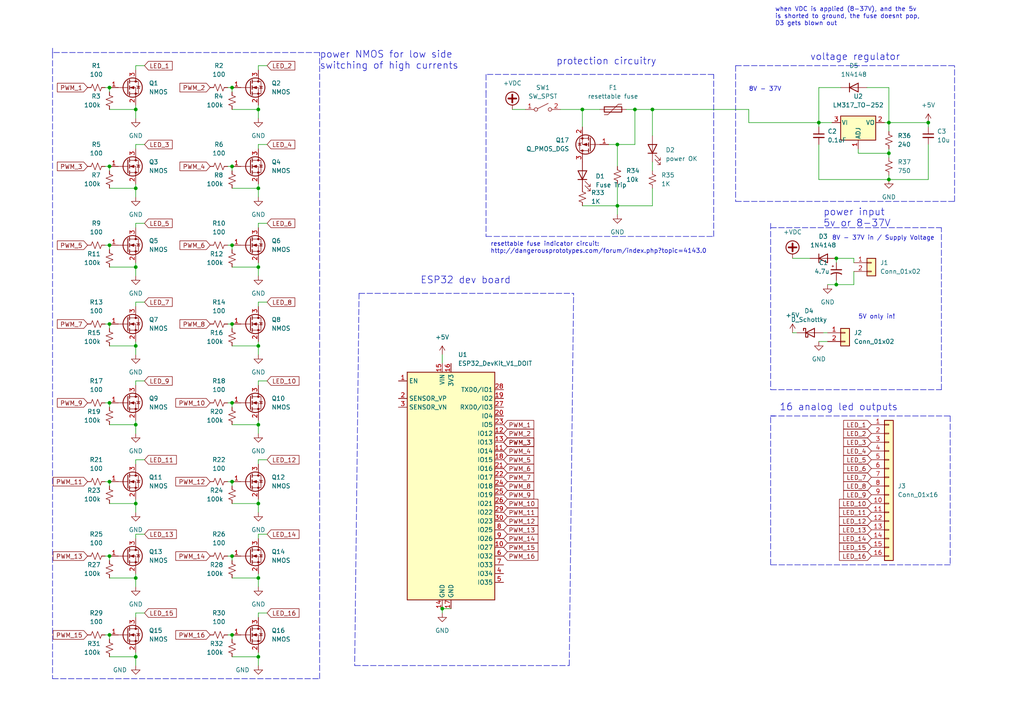
<source format=kicad_sch>
(kicad_sch (version 20211123) (generator eeschema)
  (paper "A4")
  (title_block (title "16 channel dimmer for LEDs") (date "2023-02-17") (rev "1") (company "freakylamps"))
  (lib_symbols
    (symbol "Connector_Generic:Conn_01x02" (pin_names (offset 1.016) hide)
      (property "Reference" "J" (at 0 2.54 0))
      (property "Value" "Conn_01x02" (at 0 -5.08 0))
      (symbol "Conn_01x02_1_1"
        (pin passive line (at -5.08 0 0) (length 3.81) (name "Pin_1") (number "1"))
        (pin passive line (at -5.08 -2.54 0) (length 3.81) (name "Pin_2") (number "2"))
      )
    )
    (symbol "Connector_Generic:Conn_01x16" (pin_names (offset 1.016) hide)
      (property "Reference" "J" (at 0 20.32 0))
      (property "Value" "Conn_01x16" (at 0 -22.86 0))
      (symbol "Conn_01x16_1_1"
        (pin passive line (at -5.08 17.78 0) (length 3.81) (name "Pin_1") (number "1"))
        (pin passive line (at -5.08 -5.08 0) (length 3.81) (name "Pin_10") (number "10"))
        (pin passive line (at -5.08 -7.62 0) (length 3.81) (name "Pin_11") (number "11"))
        (pin passive line (at -5.08 -10.16 0) (length 3.81) (name "Pin_12") (number "12"))
        (pin passive line (at -5.08 -12.7 0) (length 3.81) (name "Pin_13") (number "13"))
        (pin passive line (at -5.08 -15.24 0) (length 3.81) (name "Pin_14") (number "14"))
        (pin passive line (at -5.08 -17.78 0) (length 3.81) (name "Pin_15") (number "15"))
        (pin passive line (at -5.08 -20.32 0) (length 3.81) (name "Pin_16") (number "16"))
        (pin passive line (at -5.08 15.24 0) (length 3.81) (name "Pin_2") (number "2"))
        (pin passive line (at -5.08 12.7 0) (length 3.81) (name "Pin_3") (number "3"))
        (pin passive line (at -5.08 10.16 0) (length 3.81) (name "Pin_4") (number "4"))
        (pin passive line (at -5.08 7.62 0) (length 3.81) (name "Pin_5") (number "5"))
        (pin passive line (at -5.08 5.08 0) (length 3.81) (name "Pin_6") (number "6"))
        (pin passive line (at -5.08 2.54 0) (length 3.81) (name "Pin_7") (number "7"))
        (pin passive line (at -5.08 0 0) (length 3.81) (name "Pin_8") (number "8"))
        (pin passive line (at -5.08 -2.54 0) (length 3.81) (name "Pin_9") (number "9"))
      )
    )
    (symbol "Device:C_Polarized_Small_US" (pin_numbers hide) (pin_names (offset 0.254) hide)
      (property "Reference" "C" (at 0.254 1.778 0))
      (property "Value" "C_Polarized_Small_US" (at 0.254 -2.032 0))
      (symbol "C_Polarized_Small_US_1_1"
        (pin passive line (at 0 2.54 270) (length 2.032) (name "~") (number "1"))
        (pin passive line (at 0 -2.54 90) (length 2.032) (name "~") (number "2"))
      )
    )
    (symbol "Device:C_Small" (pin_numbers hide) (pin_names (offset 0.254) hide)
      (property "Reference" "C" (at 0.254 1.778 0))
      (property "Value" "C_Small" (at 0.254 -2.032 0))
      (symbol "C_Small_1_1"
        (pin passive line (at 0 2.54 270) (length 2.032) (name "~") (number "1"))
        (pin passive line (at 0 -2.54 90) (length 2.032) (name "~") (number "2"))
      )
    )
    (symbol "Device:D_Schottky" (pin_numbers hide) (pin_names (offset 1.016) hide)
      (property "Reference" "D" (at 0 2.54 0))
      (property "Value" "D_Schottky" (at 0 -2.54 0))
      (symbol "D_Schottky_1_1"
        (pin passive line (at -3.81 0 0) (length 2.54) (name "K") (number "1"))
        (pin passive line (at 3.81 0 180) (length 2.54) (name "A") (number "2"))
      )
    )
    (symbol "Device:LED" (pin_numbers hide) (pin_names (offset 1.016) hide)
      (property "Reference" "D" (at 0 2.54 0))
      (property "Value" "LED" (at 0 -2.54 0))
      (symbol "LED_1_1"
        (pin passive line (at -3.81 0 0) (length 2.54) (name "K") (number "1"))
        (pin passive line (at 3.81 0 180) (length 2.54) (name "A") (number "2"))
      )
    )
    (symbol "Device:Polyfuse" (pin_numbers hide) (pin_names (offset 0))
      (property "Reference" "F" (at -2.54 0 90))
      (property "Value" "Polyfuse" (at 2.54 0 90))
      (symbol "Polyfuse_1_1"
        (pin passive line (at 0 3.81 270) (length 1.27) (name "~") (number "1"))
        (pin passive line (at 0 -3.81 90) (length 1.27) (name "~") (number "2"))
      )
    )
    (symbol "Device:Q_NMOS_GSD" (pin_names (offset 0) hide)
      (property "Reference" "Q" (at 5.08 1.27 0))
      (property "Value" "Q_NMOS_GSD" (at 5.08 -1.27 0))
      (symbol "Q_NMOS_GSD_1_1"
        (pin input line (at -5.08 0 0) (length 2.54) (name "G") (number "1"))
        (pin passive line (at 2.54 -5.08 90) (length 2.54) (name "S") (number "2"))
        (pin passive line (at 2.54 5.08 270) (length 2.54) (name "D") (number "3"))
      )
    )
    (symbol "Device:Q_PMOS_GSD" (pin_names (offset 0) hide)
      (property "Reference" "Q" (at 5.08 1.27 0))
      (property "Value" "Q_PMOS_GSD" (at 5.08 -1.27 0))
      (symbol "Q_PMOS_GSD_1_1"
        (pin input line (at -5.08 0 0) (length 2.54) (name "G") (number "1"))
        (pin passive line (at 2.54 -5.08 90) (length 2.54) (name "S") (number "2"))
        (pin passive line (at 2.54 5.08 270) (length 2.54) (name "D") (number "3"))
      )
    )
    (symbol "Device:R_Small_US" (pin_numbers hide) (pin_names (offset 0.254) hide)
      (property "Reference" "R" (at 0.762 0.508 0))
      (property "Value" "R_Small_US" (at 0.762 -1.016 0))
      (symbol "R_Small_US_1_1"
        (pin passive line (at 0 2.54 270) (length 1.016) (name "~") (number "1"))
        (pin passive line (at 0 -2.54 90) (length 1.016) (name "~") (number "2"))
      )
    )
    (symbol "Diode:1N4148" (pin_numbers hide) (pin_names hide)
      (property "Reference" "D" (at 0 2.54 0))
      (property "Value" "1N4148" (at 0 -2.54 0))
      (symbol "1N4148_1_1"
        (pin passive line (at -3.81 0 0) (length 2.54) (name "K") (number "1"))
        (pin passive line (at 3.81 0 180) (length 2.54) (name "A") (number "2"))
      )
    )
    (symbol "Regulator_Linear:LM317_TO-252" (pin_names (offset 0.254))
      (property "Reference" "U" (at -3.81 3.175 0))
      (property "Value" "LM317_TO-252" (at 0 3.175 0))
      (symbol "LM317_TO-252_1_1"
        (pin input line (at 0 -7.62 90) (length 2.54) (name "ADJ") (number "1"))
        (pin power_out line (at 7.62 0 180) (length 2.54) (name "VO") (number "2"))
        (pin power_in line (at -7.62 0 0) (length 2.54) (name "VI") (number "3"))
      )
    )
    (symbol "Switch:SW_SPST" (pin_names (offset 0) hide)
      (property "Reference" "SW" (at 0 3.175 0))
      (property "Value" "SW_SPST" (at 0 -2.54 0))
      (symbol "SW_SPST_1_1"
        (pin passive line (at -5.08 0 0) (length 2.54) (name "A") (number "1"))
        (pin passive line (at 5.08 0 180) (length 2.54) (name "B") (number "2"))
      )
    )
    (symbol "esp32_devkit_v1_doit:ESP32_DevKit_V1_DOIT"
      (property "Reference" "U" (at -11.43 34.29 0))
      (property "Value" "ESP32_DevKit_V1_DOIT" (at 11.43 34.29 0))
      (symbol "ESP32_DevKit_V1_DOIT_1_1"
        (pin input line (at -15.24 30.48 0) (length 2.54) (name "EN") (number "1"))
        (pin bidirectional line (at 15.24 -17.78 180) (length 2.54) (name "IO27") (number "10"))
        (pin bidirectional line (at 15.24 10.16 180) (length 2.54) (name "IO14") (number "11"))
        (pin bidirectional line (at 15.24 15.24 180) (length 2.54) (name "IO12") (number "12"))
        (pin bidirectional line (at 15.24 12.7 180) (length 2.54) (name "IO13") (number "13"))
        (pin power_in line (at -2.54 -35.56 90) (length 2.54) (name "GND") (number "14"))
        (pin power_in line (at -2.54 35.56 270) (length 2.54) (name "VIN") (number "15"))
        (pin power_in line (at 0 35.56 270) (length 2.54) (name "3V3") (number "16"))
        (pin power_in line (at 0 -35.56 90) (length 2.54) (name "GND") (number "17"))
        (pin bidirectional line (at 15.24 7.62 180) (length 2.54) (name "IO15") (number "18"))
        (pin bidirectional line (at 15.24 25.4 180) (length 2.54) (name "IO2") (number "19"))
        (pin input line (at -15.24 25.4 0) (length 2.54) (name "SENSOR_VP") (number "2"))
        (pin bidirectional line (at 15.24 20.32 180) (length 2.54) (name "IO4") (number "20"))
        (pin bidirectional line (at 15.24 5.08 180) (length 2.54) (name "IO16") (number "21"))
        (pin bidirectional line (at 15.24 2.54 180) (length 2.54) (name "IO17") (number "22"))
        (pin bidirectional line (at 15.24 17.78 180) (length 2.54) (name "IO5") (number "23"))
        (pin bidirectional line (at 15.24 0 180) (length 2.54) (name "IO18") (number "24"))
        (pin bidirectional line (at 15.24 -2.54 180) (length 2.54) (name "IO19") (number "25"))
        (pin bidirectional line (at 15.24 -5.08 180) (length 2.54) (name "IO21") (number "26"))
        (pin bidirectional line (at 15.24 22.86 180) (length 2.54) (name "RXD0/IO3") (number "27"))
        (pin bidirectional line (at 15.24 27.94 180) (length 2.54) (name "TXD0/IO1") (number "28"))
        (pin bidirectional line (at 15.24 -7.62 180) (length 2.54) (name "IO22") (number "29"))
        (pin input line (at -15.24 22.86 0) (length 2.54) (name "SENSOR_VN") (number "3"))
        (pin bidirectional line (at 15.24 -10.16 180) (length 2.54) (name "IO23") (number "30"))
        (pin input line (at 15.24 -25.4 180) (length 2.54) (name "IO34") (number "4"))
        (pin input line (at 15.24 -27.94 180) (length 2.54) (name "IO35") (number "5"))
        (pin bidirectional line (at 15.24 -20.32 180) (length 2.54) (name "IO32") (number "6"))
        (pin bidirectional line (at 15.24 -22.86 180) (length 2.54) (name "IO33") (number "7"))
        (pin bidirectional line (at 15.24 -12.7 180) (length 2.54) (name "IO25") (number "8"))
        (pin bidirectional line (at 15.24 -15.24 180) (length 2.54) (name "IO26") (number "9"))
      )
    )
    (symbol "power:+5V" (power) (pin_names (offset 0))
      (property "Value" "+5V" (at 0 3.556 0))
      (symbol "+5V_1_1"
        (pin power_in line (at 0 0 90) (length 0) hide (name "+5V") (number "1"))
      )
    )
    (symbol "power:+VDC" (power) (pin_names (offset 0))
      (property "Value" "+VDC" (at 0 6.35 0))
      (symbol "+VDC_1_1"
        (pin power_in line (at 0 0 90) (length 0) hide (name "+VDC") (number "1"))
      )
    )
    (symbol "power:GND" (power) (pin_names (offset 0))
      (property "Value" "GND" (at 0 -3.81 0))
      (symbol "GND_1_1"
        (pin power_in line (at 0 0 270) (length 0) hide (name "GND") (number "1"))
      )
    )
  )
  (junction (at 39.37 190.5))
  (junction (at 67.31 139.7))
  (junction (at 74.93 123.19))
  (junction (at 179.07 59.69))
  (junction (at 67.31 25.4))
  (junction (at 257.81 44.45))
  (junction (at 257.81 52.07))
  (junction (at 31.75 48.26))
  (junction (at 74.93 77.47))
  (junction (at 242.57 74.93))
  (junction (at 39.37 31.75))
  (junction (at 67.31 161.29))
  (junction (at 74.93 146.05))
  (junction (at 39.37 167.64))
  (junction (at 168.91 31.75))
  (junction (at 31.75 116.84))
  (junction (at 39.37 77.47))
  (junction (at 31.75 184.15))
  (junction (at 67.31 93.98))
  (junction (at 31.75 25.4))
  (junction (at 257.81 35.56))
  (junction (at 242.57 82.55))
  (junction (at 67.31 71.12))
  (junction (at 39.37 54.61))
  (junction (at 31.75 93.98))
  (junction (at 31.75 161.29))
  (junction (at 31.75 139.7))
  (junction (at 269.24 35.56))
  (junction (at 39.37 100.33))
  (junction (at 31.75 71.12))
  (junction (at 67.31 184.15))
  (junction (at 74.93 31.75))
  (junction (at 179.07 41.91))
  (junction (at 74.93 100.33))
  (junction (at 67.31 48.26))
  (junction (at 67.31 116.84))
  (junction (at 184.15 31.75))
  (junction (at 189.23 31.75))
  (junction (at 39.37 146.05))
  (junction (at 74.93 54.61))
  (junction (at 128.27 176.53))
  (junction (at 237.49 35.56))
  (junction (at 39.37 123.19))
  (junction (at 74.93 190.5))
  (junction (at 74.93 167.64))
  (wire (pts (xy 67.31 48.26) (xy 67.31 49.53)))
  (polyline (pts (xy 223.52 66.04) (xy 273.05 66.04)))
  (polyline (pts (xy 140.97 26.67) (xy 140.97 68.58)))
  (wire (pts (xy 66.04 161.29) (xy 67.31 161.29)))
  (wire (pts (xy 74.93 190.5) (xy 74.93 193.04)))
  (wire (pts (xy 31.75 146.05) (xy 39.37 146.05)))
  (polyline (pts (xy 273.05 113.03) (xy 273.05 66.04)))
  (wire (pts (xy 248.92 44.45) (xy 257.81 44.45)))
  (wire (pts (xy 257.81 35.56) (xy 269.24 35.56)))
  (wire (pts (xy 31.75 139.7) (xy 31.75 140.97)))
  (wire (pts (xy 31.75 77.47) (xy 39.37 77.47)))
  (wire (pts (xy 30.48 71.12) (xy 31.75 71.12)))
  (wire (pts (xy 189.23 59.69) (xy 179.07 59.69)))
  (wire (pts (xy 31.75 123.19) (xy 39.37 123.19)))
  (polyline (pts (xy 207.01 68.58) (xy 207.01 21.59)))
  (wire (pts (xy 257.81 43.18) (xy 257.81 44.45)))
  (wire (pts (xy 30.48 116.84) (xy 31.75 116.84)))
  (wire (pts (xy 67.31 184.15) (xy 67.31 185.42)))
  (wire (pts (xy 237.49 99.06) (xy 240.03 99.06)))
  (wire (pts (xy 67.31 161.29) (xy 67.31 162.56)))
  (wire (pts (xy 31.75 25.4) (xy 31.75 26.67)))
  (wire (pts (xy 179.07 59.69) (xy 179.07 62.23)))
  (wire (pts (xy 67.31 31.75) (xy 74.93 31.75)))
  (wire (pts (xy 39.37 76.2) (xy 39.37 77.47)))
  (wire (pts (xy 179.07 53.34) (xy 179.07 59.69)))
  (wire (pts (xy 189.23 54.61) (xy 189.23 59.69)))
  (wire (pts (xy 74.93 41.91) (xy 77.47 41.91)))
  (wire (pts (xy 74.93 99.06) (xy 74.93 100.33)))
  (wire (pts (xy 179.07 41.91) (xy 184.15 41.91)))
  (wire (pts (xy 39.37 100.33) (xy 39.37 102.87)))
  (wire (pts (xy 269.24 41.91) (xy 269.24 52.07)))
  (wire (pts (xy 74.93 110.49) (xy 77.47 110.49)))
  (polyline (pts (xy 15.24 15.24) (xy 15.24 196.85)))
  (wire (pts (xy 67.31 77.47) (xy 74.93 77.47)))
  (wire (pts (xy 74.93 154.94) (xy 77.47 154.94)))
  (polyline (pts (xy 213.36 19.05) (xy 276.86 19.05)))
  (wire (pts (xy 39.37 179.07) (xy 39.37 177.8)))
  (wire (pts (xy 31.75 184.15) (xy 31.75 185.42)))
  (wire (pts (xy 31.75 54.61) (xy 39.37 54.61)))
  (wire (pts (xy 39.37 87.63) (xy 41.91 87.63)))
  (wire (pts (xy 66.04 48.26) (xy 67.31 48.26)))
  (wire (pts (xy 237.49 41.91) (xy 237.49 52.07)))
  (wire (pts (xy 74.93 144.78) (xy 74.93 146.05)))
  (wire (pts (xy 247.65 78.74) (xy 247.65 82.55)))
  (wire (pts (xy 74.93 146.05) (xy 74.93 148.59)))
  (wire (pts (xy 74.93 88.9) (xy 74.93 87.63)))
  (wire (pts (xy 39.37 20.32) (xy 39.37 19.05)))
  (wire (pts (xy 66.04 139.7) (xy 67.31 139.7)))
  (wire (pts (xy 39.37 121.92) (xy 39.37 123.19)))
  (wire (pts (xy 39.37 99.06) (xy 39.37 100.33)))
  (wire (pts (xy 237.49 52.07) (xy 257.81 52.07)))
  (wire (pts (xy 30.48 139.7) (xy 31.75 139.7)))
  (wire (pts (xy 181.61 31.75) (xy 184.15 31.75)))
  (wire (pts (xy 67.31 167.64) (xy 74.93 167.64)))
  (wire (pts (xy 74.93 134.62) (xy 74.93 133.35)))
  (wire (pts (xy 237.49 25.4) (xy 237.49 35.56)))
  (wire (pts (xy 229.87 96.52) (xy 231.14 96.52)))
  (wire (pts (xy 30.48 93.98) (xy 31.75 93.98)))
  (wire (pts (xy 39.37 110.49) (xy 41.91 110.49)))
  (wire (pts (xy 30.48 25.4) (xy 31.75 25.4)))
  (wire (pts (xy 74.93 167.64) (xy 74.93 170.18)))
  (wire (pts (xy 148.59 31.75) (xy 152.4 31.75)))
  (wire (pts (xy 39.37 144.78) (xy 39.37 146.05)))
  (wire (pts (xy 256.54 35.56) (xy 257.81 35.56)))
  (wire (pts (xy 237.49 35.56) (xy 241.3 35.56)))
  (wire (pts (xy 74.93 189.23) (xy 74.93 190.5)))
  (wire (pts (xy 39.37 77.47) (xy 39.37 80.01)))
  (wire (pts (xy 74.93 123.19) (xy 74.93 125.73)))
  (wire (pts (xy 39.37 111.76) (xy 39.37 110.49)))
  (wire (pts (xy 128.27 176.53) (xy 128.27 177.8)))
  (wire (pts (xy 217.17 35.56) (xy 237.49 35.56)))
  (wire (pts (xy 74.93 121.92) (xy 74.93 123.19)))
  (wire (pts (xy 168.91 31.75) (xy 168.91 36.83)))
  (polyline (pts (xy 275.59 120.65) (xy 275.59 163.83)))
  (wire (pts (xy 257.81 35.56) (xy 257.81 38.1)))
  (wire (pts (xy 67.31 146.05) (xy 74.93 146.05)))
  (wire (pts (xy 229.87 74.93) (xy 234.95 74.93)))
  (wire (pts (xy 179.07 41.91) (xy 176.53 41.91)))
  (wire (pts (xy 67.31 116.84) (xy 67.31 118.11)))
  (wire (pts (xy 67.31 54.61) (xy 74.93 54.61)))
  (wire (pts (xy 39.37 166.37) (xy 39.37 167.64)))
  (polyline (pts (xy 213.36 19.05) (xy 213.36 58.42)))
  (wire (pts (xy 30.48 184.15) (xy 31.75 184.15)))
  (wire (pts (xy 242.57 74.93) (xy 247.65 74.93)))
  (polyline (pts (xy 104.14 85.09) (xy 102.87 193.04)))
  (polyline (pts (xy 165.1 193.04) (xy 166.37 85.09)))
  (wire (pts (xy 66.04 93.98) (xy 67.31 93.98)))
  (wire (pts (xy 242.57 81.28) (xy 242.57 82.55)))
  (wire (pts (xy 31.75 100.33) (xy 39.37 100.33)))
  (wire (pts (xy 162.56 31.75) (xy 168.91 31.75)))
  (wire (pts (xy 31.75 93.98) (xy 31.75 95.25)))
  (wire (pts (xy 39.37 19.05) (xy 41.91 19.05)))
  (wire (pts (xy 74.93 30.48) (xy 74.93 31.75)))
  (wire (pts (xy 74.93 166.37) (xy 74.93 167.64)))
  (wire (pts (xy 74.93 20.32) (xy 74.93 19.05)))
  (wire (pts (xy 237.49 36.83) (xy 237.49 35.56)))
  (wire (pts (xy 184.15 41.91) (xy 184.15 31.75)))
  (polyline (pts (xy 15.24 196.85) (xy 92.71 196.85)))
  (wire (pts (xy 67.31 190.5) (xy 74.93 190.5)))
  (wire (pts (xy 251.46 25.4) (xy 257.81 25.4)))
  (wire (pts (xy 238.76 96.52) (xy 240.03 96.52)))
  (wire (pts (xy 67.31 71.12) (xy 67.31 72.39)))
  (wire (pts (xy 39.37 53.34) (xy 39.37 54.61)))
  (wire (pts (xy 67.31 93.98) (xy 67.31 95.25)))
  (wire (pts (xy 74.93 111.76) (xy 74.93 110.49)))
  (wire (pts (xy 189.23 46.99) (xy 189.23 49.53)))
  (wire (pts (xy 66.04 116.84) (xy 67.31 116.84)))
  (wire (pts (xy 39.37 156.21) (xy 39.37 154.94)))
  (wire (pts (xy 31.75 167.64) (xy 39.37 167.64)))
  (wire (pts (xy 269.24 35.56) (xy 269.24 36.83)))
  (wire (pts (xy 31.75 161.29) (xy 31.75 162.56)))
  (wire (pts (xy 74.93 54.61) (xy 74.93 57.15)))
  (wire (pts (xy 39.37 54.61) (xy 39.37 57.15)))
  (wire (pts (xy 269.24 52.07) (xy 257.81 52.07)))
  (wire (pts (xy 257.81 44.45) (xy 257.81 45.72)))
  (wire (pts (xy 39.37 133.35) (xy 41.91 133.35)))
  (wire (pts (xy 257.81 25.4) (xy 257.81 35.56)))
  (wire (pts (xy 74.93 43.18) (xy 74.93 41.91)))
  (wire (pts (xy 39.37 190.5) (xy 39.37 193.04)))
  (wire (pts (xy 179.07 48.26) (xy 179.07 41.91)))
  (wire (pts (xy 31.75 31.75) (xy 39.37 31.75)))
  (polyline (pts (xy 15.24 13.97) (xy 15.24 15.24)))
  (wire (pts (xy 168.91 31.75) (xy 173.99 31.75)))
  (wire (pts (xy 39.37 64.77) (xy 41.91 64.77)))
  (wire (pts (xy 39.37 31.75) (xy 39.37 34.29)))
  (wire (pts (xy 30.48 48.26) (xy 31.75 48.26)))
  (wire (pts (xy 240.03 82.55) (xy 242.57 82.55)))
  (wire (pts (xy 74.93 31.75) (xy 74.93 34.29)))
  (polyline (pts (xy 207.01 21.59) (xy 140.97 21.59)))
  (wire (pts (xy 39.37 134.62) (xy 39.37 133.35)))
  (wire (pts (xy 31.75 48.26) (xy 31.75 49.53)))
  (wire (pts (xy 257.81 50.8) (xy 257.81 52.07)))
  (wire (pts (xy 39.37 177.8) (xy 41.91 177.8)))
  (wire (pts (xy 39.37 43.18) (xy 39.37 41.91)))
  (wire (pts (xy 31.75 116.84) (xy 31.75 118.11)))
  (polyline (pts (xy 275.59 163.83) (xy 223.52 163.83)))
  (wire (pts (xy 31.75 190.5) (xy 39.37 190.5)))
  (wire (pts (xy 67.31 25.4) (xy 67.31 26.67)))
  (polyline (pts (xy 223.52 64.77) (xy 223.52 113.03)))
  (wire (pts (xy 74.93 177.8) (xy 77.47 177.8)))
  (wire (pts (xy 74.93 19.05) (xy 77.47 19.05)))
  (wire (pts (xy 248.92 43.18) (xy 248.92 44.45)))
  (wire (pts (xy 242.57 82.55) (xy 247.65 82.55)))
  (wire (pts (xy 74.93 66.04) (xy 74.93 64.77)))
  (polyline (pts (xy 223.52 120.65) (xy 275.59 120.65)))
  (wire (pts (xy 39.37 189.23) (xy 39.37 190.5)))
  (wire (pts (xy 242.57 76.2) (xy 242.57 74.93)))
  (wire (pts (xy 74.93 77.47) (xy 74.93 80.01)))
  (wire (pts (xy 67.31 123.19) (xy 74.93 123.19)))
  (wire (pts (xy 128.27 102.87) (xy 128.27 105.41)))
  (wire (pts (xy 74.93 53.34) (xy 74.93 54.61)))
  (wire (pts (xy 243.84 25.4) (xy 237.49 25.4)))
  (wire (pts (xy 74.93 76.2) (xy 74.93 77.47)))
  (wire (pts (xy 189.23 31.75) (xy 217.17 31.75)))
  (wire (pts (xy 39.37 88.9) (xy 39.37 87.63)))
  (polyline (pts (xy 140.97 68.58) (xy 207.01 68.58)))
  (wire (pts (xy 39.37 167.64) (xy 39.37 170.18)))
  (wire (pts (xy 66.04 184.15) (xy 67.31 184.15)))
  (wire (pts (xy 74.93 133.35) (xy 77.47 133.35)))
  (polyline (pts (xy 213.36 58.42) (xy 276.86 58.42)))
  (wire (pts (xy 168.91 59.69) (xy 179.07 59.69)))
  (polyline (pts (xy 223.52 113.03) (xy 273.05 113.03)))
  (polyline (pts (xy 92.71 15.24) (xy 15.24 15.24)))
  (wire (pts (xy 39.37 146.05) (xy 39.37 148.59)))
  (wire (pts (xy 217.17 31.75) (xy 217.17 35.56)))
  (polyline (pts (xy 102.87 193.04) (xy 165.1 193.04)))
  (wire (pts (xy 74.93 64.77) (xy 77.47 64.77)))
  (polyline (pts (xy 223.52 120.65) (xy 224.79 120.65)))
  (polyline (pts (xy 276.86 58.42) (xy 276.86 19.05)))
  (wire (pts (xy 247.65 76.2) (xy 247.65 74.93)))
  (wire (pts (xy 31.75 71.12) (xy 31.75 72.39)))
  (wire (pts (xy 189.23 31.75) (xy 189.23 39.37)))
  (wire (pts (xy 30.48 161.29) (xy 31.75 161.29)))
  (wire (pts (xy 67.31 100.33) (xy 74.93 100.33)))
  (wire (pts (xy 39.37 154.94) (xy 41.91 154.94)))
  (wire (pts (xy 39.37 30.48) (xy 39.37 31.75)))
  (wire (pts (xy 39.37 66.04) (xy 39.37 64.77)))
  (wire (pts (xy 74.93 87.63) (xy 77.47 87.63)))
  (wire (pts (xy 39.37 123.19) (xy 39.37 125.73)))
  (polyline (pts (xy 104.14 85.09) (xy 166.37 85.09)))
  (wire (pts (xy 74.93 100.33) (xy 74.93 102.87)))
  (wire (pts (xy 128.27 176.53) (xy 130.81 176.53)))
  (wire (pts (xy 66.04 71.12) (xy 67.31 71.12)))
  (wire (pts (xy 39.37 41.91) (xy 41.91 41.91)))
  (wire (pts (xy 74.93 156.21) (xy 74.93 154.94)))
  (wire (pts (xy 184.15 31.75) (xy 189.23 31.75)))
  (wire (pts (xy 66.04 25.4) (xy 67.31 25.4)))
  (polyline (pts (xy 223.52 163.83) (xy 223.52 120.65)))
  (wire (pts (xy 67.31 139.7) (xy 67.31 140.97)))
  (wire (pts (xy 74.93 179.07) (xy 74.93 177.8)))
  (polyline (pts (xy 92.71 196.85) (xy 92.71 15.24)))
  (polyline (pts (xy 140.97 21.59) (xy 140.97 26.67)))
  (text "when VDC is applied (8-37V), and the 5v \nis shorted to ground, the fuse doesnt pop,\nD3 gets blown out\n" (at 224.79 7.62 0) (effects (font (size 1.27 1.27)) (justify left bottom)))
  (text "5V only in!" (at 248.92 92.71 0) (effects (font (size 1.27 1.27)) (justify left bottom)))
  (text "power NMOS for low side \nswitching of high currents" (at 92.71 20.32 0) (effects (font (size 2 2)) (justify left bottom)))
  (text "ESP32 dev board" (at 121.92 82.55 0) (effects (font (size 2 2)) (justify left bottom)))
  (text "8V - 37V	" (at 217.17 26.67 0) (effects (font (size 1.27 1.27)) (justify left bottom)))
  (text "8V - 37V in / Supply Voltage" (at 241.3 69.85 0) (effects (font (size 1.27 1.27)) (justify left bottom)))
  (text "power input\n5v or 8-37V " (at 238.76 66.04 0) (effects (font (size 2 2)) (justify left bottom)))
  (text "protection circuitry" (at 161.29 19.05 0) (effects (font (size 2 2)) (justify left bottom)))
  (text "resettable fuse indicator circuit:\nhttp://dangerousprototypes.com/forum/index.php?topic=4143.0" (at 142.24 73.66 0) (effects (font (size 1.27 1.27)) (justify left bottom)))
  (text "voltage regulator" (at 234.95 17.78 0) (effects (font (size 2 2)) (justify left bottom)))
  (text "16 analog led outputs" (at 226.06 119.38 0) (effects (font (size 2 2)) (justify left bottom)))
  (global_label "PWM_8" (shape input) (at 146.05 140.97 0) (property "Intersheet References" "${INTERSHEET_REFS}" (effects hide)))
  (global_label "PWM_12" (shape input) (at 60.96 139.7 180) (property "Intersheet References" "${INTERSHEET_REFS}" (effects hide)))
  (global_label "PWM_14" (shape input) (at 60.96 161.29 180) (property "Intersheet References" "${INTERSHEET_REFS}" (effects hide)))
  (global_label "PWM_9" (shape input) (at 146.05 143.51 0) (property "Intersheet References" "${INTERSHEET_REFS}" (effects hide)))
  (global_label "LED_8" (shape input) (at 252.73 140.97 180) (property "Intersheet References" "${INTERSHEET_REFS}" (effects hide)))
  (global_label "LED_1" (shape input) (at 252.73 123.19 180) (property "Intersheet References" "${INTERSHEET_REFS}" (effects hide)))
  (global_label "PWM_5" (shape input) (at 146.05 133.35 0) (property "Intersheet References" "${INTERSHEET_REFS}" (effects hide)))
  (global_label "PWM_4" (shape input) (at 60.96 48.26 180) (property "Intersheet References" "${INTERSHEET_REFS}" (effects hide)))
  (global_label "PWM_16" (shape input) (at 146.05 161.29 0) (property "Intersheet References" "${INTERSHEET_REFS}" (effects hide)))
  (global_label "PWM_2" (shape input) (at 146.05 125.73 0) (property "Intersheet References" "${INTERSHEET_REFS}" (effects hide)))
  (global_label "LED_4" (shape input) (at 77.47 41.91 0) (property "Intersheet References" "${INTERSHEET_REFS}" (effects hide)))
  (global_label "PWM_2" (shape input) (at 60.96 25.4 180) (property "Intersheet References" "${INTERSHEET_REFS}" (effects hide)))
  (global_label "LED_10" (shape input) (at 77.47 110.49 0) (property "Intersheet References" "${INTERSHEET_REFS}" (effects hide)))
  (global_label "LED_10" (shape input) (at 252.73 146.05 180) (property "Intersheet References" "${INTERSHEET_REFS}" (effects hide)))
  (global_label "LED_6" (shape input) (at 252.73 135.89 180) (property "Intersheet References" "${INTERSHEET_REFS}" (effects hide)))
  (global_label "LED_6" (shape input) (at 77.47 64.77 0) (property "Intersheet References" "${INTERSHEET_REFS}" (effects hide)))
  (global_label "LED_4" (shape input) (at 252.73 130.81 180) (property "Intersheet References" "${INTERSHEET_REFS}" (effects hide)))
  (global_label "LED_5" (shape input) (at 252.73 133.35 180) (property "Intersheet References" "${INTERSHEET_REFS}" (effects hide)))
  (global_label "LED_9" (shape input) (at 41.91 110.49 0) (property "Intersheet References" "${INTERSHEET_REFS}" (effects hide)))
  (global_label "PWM_11" (shape input) (at 25.4 139.7 180) (property "Intersheet References" "${INTERSHEET_REFS}" (effects hide)))
  (global_label "LED_2" (shape input) (at 77.47 19.05 0) (property "Intersheet References" "${INTERSHEET_REFS}" (effects hide)))
  (global_label "LED_13" (shape input) (at 41.91 154.94 0) (property "Intersheet References" "${INTERSHEET_REFS}" (effects hide)))
  (global_label "PWM_3" (shape input) (at 146.05 128.27 0) (property "Intersheet References" "${INTERSHEET_REFS}" (effects hide)))
  (global_label "PWM_10" (shape input) (at 146.05 146.05 0) (property "Intersheet References" "${INTERSHEET_REFS}" (effects hide)))
  (global_label "LED_3" (shape input) (at 41.91 41.91 0) (property "Intersheet References" "${INTERSHEET_REFS}" (effects hide)))
  (global_label "LED_7" (shape input) (at 41.91 87.63 0) (property "Intersheet References" "${INTERSHEET_REFS}" (effects hide)))
  (global_label "LED_13" (shape input) (at 252.73 153.67 180) (property "Intersheet References" "${INTERSHEET_REFS}" (effects hide)))
  (global_label "PWM_13" (shape input) (at 25.4 161.29 180) (property "Intersheet References" "${INTERSHEET_REFS}" (effects hide)))
  (global_label "LED_14" (shape input) (at 252.73 156.21 180) (property "Intersheet References" "${INTERSHEET_REFS}" (effects hide)))
  (global_label "LED_9" (shape input) (at 252.73 143.51 180) (property "Intersheet References" "${INTERSHEET_REFS}" (effects hide)))
  (global_label "PWM_15" (shape input) (at 25.4 184.15 180) (property "Intersheet References" "${INTERSHEET_REFS}" (effects hide)))
  (global_label "PWM_7" (shape input) (at 146.05 138.43 0) (property "Intersheet References" "${INTERSHEET_REFS}" (effects hide)))
  (global_label "LED_16" (shape input) (at 252.73 161.29 180) (property "Intersheet References" "${INTERSHEET_REFS}" (effects hide)))
  (global_label "LED_11" (shape input) (at 41.91 133.35 0) (property "Intersheet References" "${INTERSHEET_REFS}" (effects hide)))
  (global_label "PWM_1" (shape input) (at 25.4 25.4 180) (property "Intersheet References" "${INTERSHEET_REFS}" (effects hide)))
  (global_label "PWM_3" (shape input) (at 25.4 48.26 180) (property "Intersheet References" "${INTERSHEET_REFS}" (effects hide)))
  (global_label "PWM_7" (shape input) (at 25.4 93.98 180) (property "Intersheet References" "${INTERSHEET_REFS}" (effects hide)))
  (global_label "PWM_16" (shape input) (at 60.96 184.15 180) (property "Intersheet References" "${INTERSHEET_REFS}" (effects hide)))
  (global_label "PWM_6" (shape input) (at 146.05 135.89 0) (property "Intersheet References" "${INTERSHEET_REFS}" (effects hide)))
  (global_label "PWM_1" (shape input) (at 146.05 123.19 0) (property "Intersheet References" "${INTERSHEET_REFS}" (effects hide)))
  (global_label "PWM_3" (shape input) (at 146.05 128.27 0) (property "Intersheet References" "${INTERSHEET_REFS}" (effects hide)))
  (global_label "PWM_9" (shape input) (at 25.4 116.84 180) (property "Intersheet References" "${INTERSHEET_REFS}" (effects hide)))
  (global_label "LED_11" (shape input) (at 252.73 148.59 180) (property "Intersheet References" "${INTERSHEET_REFS}" (effects hide)))
  (global_label "LED_12" (shape input) (at 252.73 151.13 180) (property "Intersheet References" "${INTERSHEET_REFS}" (effects hide)))
  (global_label "PWM_5" (shape input) (at 25.4 71.12 180) (property "Intersheet References" "${INTERSHEET_REFS}" (effects hide)))
  (global_label "LED_7" (shape input) (at 252.73 138.43 180) (property "Intersheet References" "${INTERSHEET_REFS}" (effects hide)))
  (global_label "LED_3" (shape input) (at 252.73 128.27 180) (property "Intersheet References" "${INTERSHEET_REFS}" (effects hide)))
  (global_label "LED_5" (shape input) (at 41.91 64.77 0) (property "Intersheet References" "${INTERSHEET_REFS}" (effects hide)))
  (global_label "LED_8" (shape input) (at 77.47 87.63 0) (property "Intersheet References" "${INTERSHEET_REFS}" (effects hide)))
  (global_label "PWM_4" (shape input) (at 146.05 130.81 0) (property "Intersheet References" "${INTERSHEET_REFS}" (effects hide)))
  (global_label "PWM_13" (shape input) (at 146.05 153.67 0) (property "Intersheet References" "${INTERSHEET_REFS}" (effects hide)))
  (global_label "LED_1" (shape input) (at 41.91 19.05 0) (property "Intersheet References" "${INTERSHEET_REFS}" (effects hide)))
  (global_label "LED_15" (shape input) (at 252.73 158.75 180) (property "Intersheet References" "${INTERSHEET_REFS}" (effects hide)))
  (global_label "PWM_6" (shape input) (at 60.96 71.12 180) (property "Intersheet References" "${INTERSHEET_REFS}" (effects hide)))
  (global_label "PWM_10" (shape input) (at 60.96 116.84 180) (property "Intersheet References" "${INTERSHEET_REFS}" (effects hide)))
  (global_label "PWM_11" (shape input) (at 146.05 148.59 0) (property "Intersheet References" "${INTERSHEET_REFS}" (effects hide)))
  (global_label "LED_16" (shape input) (at 77.47 177.8 0) (property "Intersheet References" "${INTERSHEET_REFS}" (effects hide)))
  (global_label "PWM_8" (shape input) (at 60.96 93.98 180) (property "Intersheet References" "${INTERSHEET_REFS}" (effects hide)))
  (global_label "LED_2" (shape input) (at 252.73 125.73 180) (property "Intersheet References" "${INTERSHEET_REFS}" (effects hide)))
  (global_label "PWM_12" (shape input) (at 146.05 151.13 0) (property "Intersheet References" "${INTERSHEET_REFS}" (effects hide)))
  (global_label "PWM_14" (shape input) (at 146.05 156.21 0) (property "Intersheet References" "${INTERSHEET_REFS}" (effects hide)))
  (global_label "LED_14" (shape input) (at 77.47 154.94 0) (property "Intersheet References" "${INTERSHEET_REFS}" (effects hide)))
  (global_label "PWM_15" (shape input) (at 146.05 158.75 0) (property "Intersheet References" "${INTERSHEET_REFS}" (effects hide)))
  (global_label "LED_12" (shape input) (at 77.47 133.35 0) (property "Intersheet References" "${INTERSHEET_REFS}" (effects hide)))
  (global_label "LED_15" (shape input) (at 41.91 177.8 0) (property "Intersheet References" "${INTERSHEET_REFS}" (effects hide)))
  (symbol (lib_id "Device:C_Small") (at 237.49 39.37 0) (unit 1)
    (property "Reference" "C2" (at 240.03 38.1062 0) (effects (justify left)))
    (property "Value" "0.1uF" (at 240.03 40.6462 0) (effects (justify left)))
    (property "Footprint" "Capacitor_SMD:C_1206_3216Metric_Pad1.33x1.80mm_HandSolder" (effects hide))
    (property "LCSC" "C24497" (effects hide))
  )
  (symbol (lib_id "power:+5V") (at 269.24 35.56 0) (unit 1)
    (property "Reference" "#PWR026" (effects hide))
    (property "Value" "+5V" (at 269.24 30.48 0))
  )
  (symbol (lib_id "Device:R_Small_US") (at 27.94 48.26 90) (unit 1)
    (property "Reference" "R5" (at 27.94 41.91 90))
    (property "Value" "100" (at 27.94 44.45 90))
    (property "Footprint" "Resistor_SMD:R_0805_2012Metric" (effects hide))
    (property "LCSC" "C17408" (effects hide))
  )
  (symbol (lib_id "Device:Q_NMOS_GSD") (at 72.39 161.29 0) (unit 1)
    (property "Reference" "Q14" (at 78.74 160.0199 0) (effects (justify left)))
    (property "Value" "NMOS" (at 78.74 162.5599 0) (effects (justify left)))
    (property "Footprint" "Package_TO_SOT_SMD:SOT-23" (effects hide))
    (property "LCSC" "C20917" (effects hide))
  )
  (symbol (lib_id "Device:R_Small_US") (at 31.75 120.65 180) (unit 1)
    (property "Reference" "R19" (at 29.21 119.3799 0) (effects (justify left)))
    (property "Value" "100k" (at 29.21 121.9199 0) (effects (justify left)))
    (property "Footprint" "Resistor_SMD:R_0805_2012Metric" (effects hide))
    (property "LCSC" "C17414" (effects hide))
  )
  (symbol (lib_id "Device:R_Small_US") (at 257.81 40.64 0) (unit 1)
    (property "Reference" "R36" (at 260.35 39.3699 0) (effects (justify left)))
    (property "Value" "240" (at 260.35 41.9099 0) (effects (justify left)))
    (property "Footprint" "Resistor_SMD:R_0805_2012Metric" (effects hide))
    (property "LCSC" "C17572" (effects hide))
  )
  (symbol (lib_id "Device:Q_NMOS_GSD") (at 36.83 116.84 0) (unit 1)
    (property "Reference" "Q9" (at 43.18 115.5699 0) (effects (justify left)))
    (property "Value" "NMOS" (at 43.18 118.1099 0) (effects (justify left)))
    (property "Footprint" "Package_TO_SOT_SMD:SOT-23" (effects hide))
    (property "LCSC" "C20917" (effects hide))
  )
  (symbol (lib_id "Device:LED") (at 189.23 43.18 90) (unit 1)
    (property "Reference" "D2" (at 193.04 43.4974 90) (effects (justify right)))
    (property "Value" "power OK" (at 193.04 46.0374 90) (effects (justify right)))
    (property "Footprint" "LED_SMD:LED_0805_2012Metric" (effects hide))
    (property "LCSC" "C2297" (effects hide))
  )
  (symbol (lib_id "Connector_Generic:Conn_01x02") (at 252.73 76.2 0) (unit 1)
    (property "Reference" "J1" (at 255.27 76.1999 0) (effects (justify left)))
    (property "Value" "Conn_01x02" (at 255.27 78.7399 0) (effects (justify left)))
    (property "Footprint" "Connector_Phoenix_MSTB:PhoenixContact_MSTBVA_2,5_2-G-5,08_1x02_P5.08mm_Vertical" (effects hide))
  )
  (symbol (lib_id "power:+VDC") (at 148.59 31.75 0) (unit 1)
    (property "Reference" "#PWR0101" (effects hide))
    (property "Value" "+VDC" (at 148.59 24.13 0))
  )
  (symbol (lib_id "power:GND") (at 74.93 102.87 0) (unit 1)
    (property "Reference" "#PWR08" (effects hide))
    (property "Value" "GND" (at 74.93 107.95 0))
  )
  (symbol (lib_id "power:+VDC") (at 229.87 74.93 0) (unit 1)
    (property "Reference" "#PWR023" (effects hide))
    (property "Value" "+VDC" (at 229.87 67.31 0))
  )
  (symbol (lib_id "Device:Q_NMOS_GSD") (at 72.39 93.98 0) (unit 1)
    (property "Reference" "Q8" (at 78.74 92.7099 0) (effects (justify left)))
    (property "Value" "NMOS" (at 78.74 95.2499 0) (effects (justify left)))
    (property "Footprint" "Package_TO_SOT_SMD:SOT-23" (effects hide))
    (property "LCSC" "C20917" (effects hide))
  )
  (symbol (lib_id "Device:R_Small_US") (at 63.5 48.26 90) (unit 1)
    (property "Reference" "R6" (at 63.5 41.91 90))
    (property "Value" "100" (at 63.5 44.45 90))
    (property "Footprint" "Resistor_SMD:R_0805_2012Metric" (effects hide))
    (property "LCSC" "C17408" (effects hide))
  )
  (symbol (lib_id "power:GND") (at 74.93 80.01 0) (unit 1)
    (property "Reference" "#PWR06" (effects hide))
    (property "Value" "GND" (at 74.93 85.09 0))
  )
  (symbol (lib_id "Device:R_Small_US") (at 27.94 93.98 90) (unit 1)
    (property "Reference" "R13" (at 27.94 87.63 90))
    (property "Value" "100" (at 27.94 90.17 90))
    (property "Footprint" "Resistor_SMD:R_0805_2012Metric" (effects hide))
    (property "LCSC" "C17408" (effects hide))
  )
  (symbol (lib_id "Device:R_Small_US") (at 63.5 161.29 90) (unit 1)
    (property "Reference" "R26" (at 63.5 154.94 90))
    (property "Value" "100" (at 63.5 157.48 90))
    (property "Footprint" "Resistor_SMD:R_0805_2012Metric" (effects hide))
    (property "LCSC" "C17408" (effects hide))
  )
  (symbol (lib_id "Device:R_Small_US") (at 27.94 184.15 90) (unit 1)
    (property "Reference" "R29" (at 27.94 177.8 90))
    (property "Value" "100" (at 27.94 180.34 90))
    (property "Footprint" "Resistor_SMD:R_0805_2012Metric" (effects hide))
    (property "LCSC" "C17408" (effects hide))
  )
  (symbol (lib_id "Device:Q_NMOS_GSD") (at 36.83 48.26 0) (unit 1)
    (property "Reference" "Q3" (at 43.18 46.9899 0) (effects (justify left)))
    (property "Value" "NMOS" (at 43.18 49.5299 0) (effects (justify left)))
    (property "Footprint" "Package_TO_SOT_SMD:SOT-23" (effects hide))
    (property "LCSC" "C20917" (effects hide))
  )
  (symbol (lib_id "power:+5V") (at 128.27 102.87 0) (unit 1)
    (property "Reference" "#PWR0102" (effects hide))
    (property "Value" "+5V" (at 128.27 97.79 0))
  )
  (symbol (lib_id "Device:R_Small_US") (at 27.94 25.4 90) (unit 1)
    (property "Reference" "R1" (at 27.94 19.05 90))
    (property "Value" "100" (at 27.94 21.59 90))
    (property "Footprint" "Resistor_SMD:R_0805_2012Metric" (effects hide))
    (property "LCSC" "C17408" (effects hide))
  )
  (symbol (lib_id "Device:D_Schottky") (at 234.95 96.52 0) (unit 1)
    (property "Reference" "D4" (at 234.6325 90.17 0))
    (property "Value" "D_Schottky" (at 234.6325 92.71 0))
    (property "Footprint" "Diode_SMD:D_SMA" (effects hide))
    (property "LCSC" "C2480" (effects hide))
  )
  (symbol (lib_id "power:GND") (at 39.37 125.73 0) (unit 1)
    (property "Reference" "#PWR09" (effects hide))
    (property "Value" "GND" (at 39.37 130.81 0))
  )
  (symbol (lib_id "Device:R_Small_US") (at 63.5 116.84 90) (unit 1)
    (property "Reference" "R18" (at 63.5 110.49 90))
    (property "Value" "100" (at 63.5 113.03 90))
    (property "Footprint" "Resistor_SMD:R_0805_2012Metric" (effects hide))
    (property "LCSC" "C17408" (effects hide))
  )
  (symbol (lib_id "Device:Q_NMOS_GSD") (at 72.39 25.4 0) (unit 1)
    (property "Reference" "Q2" (at 78.74 24.1299 0) (effects (justify left)))
    (property "Value" "NMOS" (at 78.74 26.6699 0) (effects (justify left)))
    (property "Footprint" "Package_TO_SOT_SMD:SOT-23" (effects hide))
    (property "LCSC" "C20917" (effects hide))
  )
  (symbol (lib_id "Device:R_Small_US") (at 67.31 29.21 180) (unit 1)
    (property "Reference" "R4" (at 64.77 27.9399 0) (effects (justify left)))
    (property "Value" "100k" (at 64.77 30.4799 0) (effects (justify left)))
    (property "Footprint" "Resistor_SMD:R_0805_2012Metric" (effects hide))
    (property "LCSC" "C17414" (effects hide))
  )
  (symbol (lib_id "Device:Q_NMOS_GSD") (at 72.39 48.26 0) (unit 1)
    (property "Reference" "Q4" (at 78.74 46.9899 0) (effects (justify left)))
    (property "Value" "NMOS" (at 78.74 49.5299 0) (effects (justify left)))
    (property "Footprint" "Package_TO_SOT_SMD:SOT-23" (effects hide))
    (property "LCSC" "C20917" (effects hide))
  )
  (symbol (lib_id "power:GND") (at 74.93 125.73 0) (unit 1)
    (property "Reference" "#PWR010" (effects hide))
    (property "Value" "GND" (at 74.93 130.81 0))
  )
  (symbol (lib_id "Device:Q_NMOS_GSD") (at 36.83 93.98 0) (unit 1)
    (property "Reference" "Q7" (at 43.18 92.7099 0) (effects (justify left)))
    (property "Value" "NMOS" (at 43.18 95.2499 0) (effects (justify left)))
    (property "Footprint" "Package_TO_SOT_SMD:SOT-23" (effects hide))
    (property "LCSC" "C20917" (effects hide))
  )
  (symbol (lib_id "Device:R_Small_US") (at 67.31 74.93 180) (unit 1)
    (property "Reference" "R12" (at 64.77 73.6599 0) (effects (justify left)))
    (property "Value" "100k" (at 64.77 76.1999 0) (effects (justify left)))
    (property "Footprint" "Resistor_SMD:R_0805_2012Metric" (effects hide))
    (property "LCSC" "C17414" (effects hide))
  )
  (symbol (lib_id "Device:R_Small_US") (at 168.91 57.15 180) (unit 1)
    (property "Reference" "R33" (at 171.45 55.8799 0) (effects (justify right)))
    (property "Value" "1K" (at 171.45 58.4199 0) (effects (justify right)))
    (property "Footprint" "Resistor_SMD:R_0805_2012Metric" (effects hide))
    (property "LCSC" "C17513" (effects hide))
  )
  (symbol (lib_id "power:+5V") (at 229.87 96.52 0) (unit 1)
    (property "Reference" "#PWR021" (effects hide))
    (property "Value" "+5V" (at 229.87 91.44 0))
  )
  (symbol (lib_id "power:GND") (at 39.37 57.15 0) (unit 1)
    (property "Reference" "#PWR03" (effects hide))
    (property "Value" "GND" (at 39.37 62.23 0))
  )
  (symbol (lib_id "Device:Q_NMOS_GSD") (at 36.83 139.7 0) (unit 1)
    (property "Reference" "Q11" (at 43.18 138.4299 0) (effects (justify left)))
    (property "Value" "NMOS" (at 43.18 140.9699 0) (effects (justify left)))
    (property "Footprint" "Package_TO_SOT_SMD:SOT-23" (effects hide))
    (property "LCSC" "C20917" (effects hide))
  )
  (symbol (lib_id "power:GND") (at 39.37 80.01 0) (unit 1)
    (property "Reference" "#PWR05" (effects hide))
    (property "Value" "GND" (at 39.37 85.09 0))
  )
  (symbol (lib_id "power:GND") (at 240.03 82.55 0) (unit 1)
    (property "Reference" "#PWR022" (effects hide))
    (property "Value" "GND" (at 240.03 87.63 0))
  )
  (symbol (lib_id "Device:R_Small_US") (at 67.31 143.51 180) (unit 1)
    (property "Reference" "R24" (at 64.77 142.2399 0) (effects (justify left)))
    (property "Value" "100k" (at 64.77 144.7799 0) (effects (justify left)))
    (property "Footprint" "Resistor_SMD:R_0805_2012Metric" (effects hide))
    (property "LCSC" "C17414" (effects hide))
  )
  (symbol (lib_id "Device:R_Small_US") (at 67.31 52.07 180) (unit 1)
    (property "Reference" "R8" (at 64.77 50.7999 0) (effects (justify left)))
    (property "Value" "100k" (at 64.77 53.3399 0) (effects (justify left)))
    (property "Footprint" "Resistor_SMD:R_0805_2012Metric" (effects hide))
    (property "LCSC" "C17414" (effects hide))
  )
  (symbol (lib_id "Device:R_Small_US") (at 27.94 139.7 90) (unit 1)
    (property "Reference" "R21" (at 27.94 133.35 90))
    (property "Value" "100" (at 27.94 135.89 90))
    (property "Footprint" "Resistor_SMD:R_0805_2012Metric" (effects hide))
    (property "LCSC" "C17408" (effects hide))
  )
  (symbol (lib_id "Device:R_Small_US") (at 31.75 52.07 180) (unit 1)
    (property "Reference" "R7" (at 29.21 50.7999 0) (effects (justify left)))
    (property "Value" "100k" (at 29.21 53.3399 0) (effects (justify left)))
    (property "Footprint" "Resistor_SMD:R_0805_2012Metric" (effects hide))
    (property "LCSC" "C17414" (effects hide))
  )
  (symbol (lib_id "Device:Q_NMOS_GSD") (at 36.83 184.15 0) (unit 1)
    (property "Reference" "Q15" (at 43.18 182.8799 0) (effects (justify left)))
    (property "Value" "NMOS" (at 43.18 185.4199 0) (effects (justify left)))
    (property "Footprint" "Package_TO_SOT_SMD:SOT-23" (effects hide))
    (property "LCSC" "C20917" (effects hide))
  )
  (symbol (lib_id "Device:R_Small_US") (at 31.75 29.21 180) (unit 1)
    (property "Reference" "R3" (at 29.21 27.9399 0) (effects (justify left)))
    (property "Value" "100k" (at 29.21 30.4799 0) (effects (justify left)))
    (property "Footprint" "Resistor_SMD:R_0805_2012Metric" (effects hide))
    (property "LCSC" "C17414" (effects hide))
  )
  (symbol (lib_id "Device:R_Small_US") (at 257.81 48.26 0) (unit 1)
    (property "Reference" "R37" (at 260.35 46.9899 0) (effects (justify left)))
    (property "Value" "750" (at 260.35 49.5299 0) (effects (justify left)))
    (property "Footprint" "Resistor_SMD:R_0805_2012Metric" (effects hide))
    (property "LCSC" "C17818" (effects hide))
  )
  (symbol (lib_id "Device:R_Small_US") (at 189.23 52.07 180) (unit 1)
    (property "Reference" "R35" (at 191.77 50.7999 0) (effects (justify right)))
    (property "Value" "1K" (at 191.77 53.3399 0) (effects (justify right)))
    (property "Footprint" "Resistor_SMD:R_0805_2012Metric" (effects hide))
    (property "LCSC" "C17513" (effects hide))
  )
  (symbol (lib_id "Device:R_Small_US") (at 31.75 74.93 180) (unit 1)
    (property "Reference" "R11" (at 29.21 73.6599 0) (effects (justify left)))
    (property "Value" "100k" (at 29.21 76.1999 0) (effects (justify left)))
    (property "Footprint" "Resistor_SMD:R_0805_2012Metric" (effects hide))
    (property "LCSC" "C17414" (effects hide))
  )
  (symbol (lib_id "Device:Q_NMOS_GSD") (at 72.39 139.7 0) (unit 1)
    (property "Reference" "Q12" (at 78.74 138.4299 0) (effects (justify left)))
    (property "Value" "NMOS" (at 78.74 140.9699 0) (effects (justify left)))
    (property "Footprint" "Package_TO_SOT_SMD:SOT-23" (effects hide))
    (property "LCSC" "C20917" (effects hide))
  )
  (symbol (lib_id "power:GND") (at 39.37 170.18 0) (unit 1)
    (property "Reference" "#PWR013" (effects hide))
    (property "Value" "GND" (at 39.37 175.26 0))
  )
  (symbol (lib_id "Device:Q_NMOS_GSD") (at 72.39 116.84 0) (unit 1)
    (property "Reference" "Q10" (at 78.74 115.5699 0) (effects (justify left)))
    (property "Value" "NMOS" (at 78.74 118.1099 0) (effects (justify left)))
    (property "Footprint" "Package_TO_SOT_SMD:SOT-23" (effects hide))
    (property "LCSC" "C20917" (effects hide))
  )
  (symbol (lib_id "Switch:SW_SPST") (at 157.48 31.75 0) (unit 1)
    (property "Reference" "SW1" (at 157.48 25.4 0))
    (property "Value" "SW_SPST" (at 157.48 27.94 0))
    (property "Footprint" "Button_Switch_SMD:SW_SPST_CK_RS282G05A3" (effects hide))
    (property "LCSC" "C54948" (effects hide))
  )
  (symbol (lib_id "Regulator_Linear:LM317_TO-252") (at 248.92 35.56 0) (unit 1)
    (property "Reference" "U2" (at 248.92 27.94 0))
    (property "Value" "LM317_TO-252" (at 248.92 30.48 0))
    (property "Footprint" "Package_TO_SOT_SMD:TO-252-2" (effects hide))
    (property "Datasheet" "http://www.ti.com/lit/ds/snvs774n/snvs774n.pdf" (effects hide))
    (property "LCSC" "C75510" (effects hide))
  )
  (symbol (lib_id "power:GND") (at 74.93 57.15 0) (unit 1)
    (property "Reference" "#PWR04" (effects hide))
    (property "Value" "GND" (at 74.93 62.23 0))
  )
  (symbol (lib_id "Device:R_Small_US") (at 27.94 161.29 90) (unit 1)
    (property "Reference" "R25" (at 27.94 154.94 90))
    (property "Value" "100" (at 27.94 157.48 90))
    (property "Footprint" "Resistor_SMD:R_0805_2012Metric" (effects hide))
    (property "LCSC" "C17408" (effects hide))
  )
  (symbol (lib_id "esp32_devkit_v1_doit:ESP32_DevKit_V1_DOIT") (at 130.81 140.97 0) (unit 1)
    (property "Reference" "U1" (at 132.8294 102.87 0) (effects (justify left)))
    (property "Value" "ESP32_DevKit_V1_DOIT" (at 132.8294 105.41 0) (effects (justify left)))
    (property "Footprint" "Espressif:esp32_devkit_v1_doit" (effects hide))
    (property "Datasheet" "https://aliexpress.com/item/32864722159.html" (effects hide))
  )
  (symbol (lib_id "Device:R_Small_US") (at 179.07 50.8 180) (unit 1)
    (property "Reference" "R34" (at 181.61 49.5299 0) (effects (justify right)))
    (property "Value" "10k" (at 181.61 52.0699 0) (effects (justify right)))
    (property "Footprint" "Resistor_SMD:R_0805_2012Metric" (effects hide))
    (property "LCSC" "C17414" (effects hide))
  )
  (symbol (lib_id "power:GND") (at 39.37 193.04 0) (unit 1)
    (property "Reference" "#PWR015" (effects hide))
    (property "Value" "GND" (at 36.83 194.3099 0) (effects (justify right)))
  )
  (symbol (lib_id "power:GND") (at 74.93 170.18 0) (unit 1)
    (property "Reference" "#PWR014" (effects hide))
    (property "Value" "GND" (at 74.93 175.26 0))
  )
  (symbol (lib_id "Device:R_Small_US") (at 63.5 71.12 90) (unit 1)
    (property "Reference" "R10" (at 63.5 64.77 90))
    (property "Value" "100" (at 63.5 67.31 90))
    (property "Footprint" "Resistor_SMD:R_0805_2012Metric" (effects hide))
    (property "LCSC" "C17408" (effects hide))
  )
  (symbol (lib_id "Device:Q_NMOS_GSD") (at 36.83 161.29 0) (unit 1)
    (property "Reference" "Q13" (at 43.18 160.0199 0) (effects (justify left)))
    (property "Value" "NMOS" (at 43.18 162.5599 0) (effects (justify left)))
    (property "Footprint" "Package_TO_SOT_SMD:SOT-23" (effects hide))
    (property "LCSC" "C20917" (effects hide))
  )
  (symbol (lib_id "power:GND") (at 179.07 62.23 0) (unit 1)
    (property "Reference" "#PWR019" (effects hide))
    (property "Value" "GND" (at 179.07 67.31 0))
  )
  (symbol (lib_id "power:GND") (at 39.37 34.29 0) (unit 1)
    (property "Reference" "#PWR01" (effects hide))
    (property "Value" "GND" (at 39.37 39.37 0))
  )
  (symbol (lib_id "Device:R_Small_US") (at 31.75 187.96 180) (unit 1)
    (property "Reference" "R31" (at 29.21 186.6899 0) (effects (justify left)))
    (property "Value" "100k" (at 29.21 189.2299 0) (effects (justify left)))
    (property "Footprint" "Resistor_SMD:R_0805_2012Metric" (effects hide))
    (property "LCSC" "C17414" (effects hide))
  )
  (symbol (lib_id "Diode:1N4148") (at 238.76 74.93 0) (unit 1)
    (property "Reference" "D3" (at 238.76 68.58 0))
    (property "Value" "1N4148" (at 238.76 71.12 0))
    (property "Footprint" "Diode_SMD:D_SOD-323" (effects hide))
    (property "Datasheet" "https://assets.nexperia.com/documents/data-sheet/1N4148_1N4448.pdf" (effects hide))
    (property "LCSC" "C2128" (effects hide))
  )
  (symbol (lib_id "Diode:1N4148") (at 247.65 25.4 0) (unit 1)
    (property "Reference" "D5" (at 247.65 19.05 0))
    (property "Value" "1N4148" (at 247.65 21.59 0))
    (property "Footprint" "Diode_SMD:D_SOD-323" (effects hide))
    (property "Datasheet" "https://assets.nexperia.com/documents/data-sheet/1N4148_1N4448.pdf" (effects hide))
    (property "LCSC" "C2128" (effects hide))
  )
  (symbol (lib_id "Device:R_Small_US") (at 67.31 120.65 180) (unit 1)
    (property "Reference" "R20" (at 64.77 119.3799 0) (effects (justify left)))
    (property "Value" "100k" (at 64.77 121.9199 0) (effects (justify left)))
    (property "Footprint" "Resistor_SMD:R_0805_2012Metric" (effects hide))
    (property "LCSC" "C17414" (effects hide))
  )
  (symbol (lib_id "power:GND") (at 257.81 52.07 0) (unit 1)
    (property "Reference" "#PWR025" (effects hide))
    (property "Value" "GND" (at 257.81 57.15 0))
  )
  (symbol (lib_id "Device:Q_PMOS_GSD") (at 171.45 41.91 180) (unit 1)
    (property "Reference" "Q17" (at 165.1 40.6399 0) (effects (justify left)))
    (property "Value" "Q_PMOS_DGS" (at 165.1 43.1799 0) (effects (justify left)))
    (property "Footprint" "Package_TO_SOT_SMD:SOT-23" (effects hide))
    (property "LCSC" "C15127" (effects hide))
  )
  (symbol (lib_id "Device:R_Small_US") (at 63.5 93.98 90) (unit 1)
    (property "Reference" "R14" (at 63.5 87.63 90))
    (property "Value" "100" (at 63.5 90.17 90))
    (property "Footprint" "Resistor_SMD:R_0805_2012Metric" (effects hide))
    (property "LCSC" "C17408" (effects hide))
  )
  (symbol (lib_id "Device:R_Small_US") (at 31.75 143.51 180) (unit 1)
    (property "Reference" "R23" (at 29.21 142.2399 0) (effects (justify left)))
    (property "Value" "100k" (at 29.21 144.7799 0) (effects (justify left)))
    (property "Footprint" "Resistor_SMD:R_0805_2012Metric" (effects hide))
    (property "LCSC" "C17414" (effects hide))
  )
  (symbol (lib_id "Connector_Generic:Conn_01x16") (at 257.81 140.97 0) (unit 1)
    (property "Reference" "J3" (at 260.35 140.9699 0) (effects (justify left)))
    (property "Value" "Conn_01x16" (at 260.35 143.5099 0) (effects (justify left)))
    (property "Footprint" "Connector_PinHeader_2.54mm:PinHeader_1x16_P2.54mm_Vertical" (effects hide))
  )
  (symbol (lib_id "Device:Q_NMOS_GSD") (at 72.39 184.15 0) (unit 1)
    (property "Reference" "Q16" (at 78.74 182.8799 0) (effects (justify left)))
    (property "Value" "NMOS" (at 78.74 185.4199 0) (effects (justify left)))
    (property "Footprint" "Package_TO_SOT_SMD:SOT-23" (effects hide))
    (property "LCSC" "C20917" (effects hide))
  )
  (symbol (lib_id "Device:R_Small_US") (at 67.31 97.79 180) (unit 1)
    (property "Reference" "R16" (at 64.77 96.5199 0) (effects (justify left)))
    (property "Value" "100k" (at 64.77 99.0599 0) (effects (justify left)))
    (property "Footprint" "Resistor_SMD:R_0805_2012Metric" (effects hide))
    (property "LCSC" "C17414" (effects hide))
  )
  (symbol (lib_id "Device:Q_NMOS_GSD") (at 72.39 71.12 0) (unit 1)
    (property "Reference" "Q6" (at 78.74 69.8499 0) (effects (justify left)))
    (property "Value" "NMOS" (at 78.74 72.3899 0) (effects (justify left)))
    (property "Footprint" "Package_TO_SOT_SMD:SOT-23" (effects hide))
    (property "LCSC" "C20917" (effects hide))
  )
  (symbol (lib_id "Device:R_Small_US") (at 27.94 71.12 90) (unit 1)
    (property "Reference" "R9" (at 27.94 64.77 90))
    (property "Value" "100" (at 27.94 67.31 90))
    (property "Footprint" "Resistor_SMD:R_0805_2012Metric" (effects hide))
    (property "LCSC" "C17408" (effects hide))
  )
  (symbol (lib_id "Device:R_Small_US") (at 63.5 139.7 90) (unit 1)
    (property "Reference" "R22" (at 63.5 133.35 90))
    (property "Value" "100" (at 63.5 135.89 90))
    (property "Footprint" "Resistor_SMD:R_0805_2012Metric" (effects hide))
    (property "LCSC" "C17408" (effects hide))
  )
  (symbol (lib_id "power:GND") (at 237.49 99.06 0) (unit 1)
    (property "Reference" "#PWR024" (effects hide))
    (property "Value" "GND" (at 237.49 104.14 0))
  )
  (symbol (lib_id "power:GND") (at 74.93 193.04 0) (unit 1)
    (property "Reference" "#PWR016" (effects hide))
    (property "Value" "GND" (at 72.39 194.3099 0) (effects (justify right)))
  )
  (symbol (lib_id "Device:R_Small_US") (at 67.31 165.1 180) (unit 1)
    (property "Reference" "R28" (at 64.77 163.8299 0) (effects (justify left)))
    (property "Value" "100k" (at 64.77 166.3699 0) (effects (justify left)))
    (property "Footprint" "Resistor_SMD:R_0805_2012Metric" (effects hide))
    (property "LCSC" "C17414" (effects hide))
  )
  (symbol (lib_id "Device:R_Small_US") (at 31.75 97.79 180) (unit 1)
    (property "Reference" "R15" (at 29.21 96.5199 0) (effects (justify left)))
    (property "Value" "100k" (at 29.21 99.0599 0) (effects (justify left)))
    (property "Footprint" "Resistor_SMD:R_0805_2012Metric" (effects hide))
    (property "LCSC" "C17414" (effects hide))
  )
  (symbol (lib_id "Device:R_Small_US") (at 63.5 184.15 90) (unit 1)
    (property "Reference" "R30" (at 63.5 177.8 90))
    (property "Value" "100" (at 63.5 180.34 90))
    (property "Footprint" "Resistor_SMD:R_0805_2012Metric" (effects hide))
    (property "LCSC" "C17408" (effects hide))
  )
  (symbol (lib_id "power:GND") (at 74.93 148.59 0) (unit 1)
    (property "Reference" "#PWR012" (effects hide))
    (property "Value" "GND" (at 74.93 153.67 0))
  )
  (symbol (lib_id "Device:Polyfuse") (at 177.8 31.75 90) (unit 1)
    (property "Reference" "F1" (at 177.8 25.4 90))
    (property "Value" "resettable fuse" (at 177.8 27.94 90))
    (property "Footprint" "Fuse:Fuse_1206_3216Metric" (effects hide))
    (property "LCSC" "C192524" (effects hide))
  )
  (symbol (lib_id "power:GND") (at 74.93 34.29 0) (unit 1)
    (property "Reference" "#PWR02" (effects hide))
    (property "Value" "GND" (at 74.93 39.37 0))
  )
  (symbol (lib_id "Connector_Generic:Conn_01x02") (at 245.11 96.52 0) (unit 1)
    (property "Reference" "J2" (at 247.65 96.5199 0) (effects (justify left)))
    (property "Value" "Conn_01x02" (at 247.65 99.0599 0) (effects (justify left)))
    (property "Footprint" "Connector_Phoenix_MSTB:PhoenixContact_MSTBVA_2,5_2-G-5,08_1x02_P5.08mm_Vertical" (effects hide))
  )
  (symbol (lib_id "Device:C_Polarized_Small_US") (at 242.57 78.74 0) (unit 1)
    (property "Reference" "C1" (at 237.49 76.2 0) (effects (justify left)))
    (property "Value" "4.7u" (at 236.22 78.74 0) (effects (justify left)))
    (property "Footprint" "Capacitor_SMD:C_1206_3216Metric_Pad1.33x1.80mm_HandSolder" (effects hide))
    (property "LCSC" "C29823" (effects hide))
  )
  (symbol (lib_id "Device:C_Small") (at 269.24 39.37 0) (unit 1)
    (property "Reference" "C3" (at 271.78 38.1062 0) (effects (justify left)))
    (property "Value" "10u" (at 271.78 40.6462 0) (effects (justify left)))
    (property "Footprint" "Capacitor_SMD:C_1206_3216Metric_Pad1.33x1.80mm_HandSolder" (effects hide))
    (property "LCSC" "C1848" (effects hide))
  )
  (symbol (lib_id "power:GND") (at 39.37 148.59 0) (unit 1)
    (property "Reference" "#PWR011" (effects hide))
    (property "Value" "GND" (at 39.37 153.67 0))
  )
  (symbol (lib_id "Device:R_Small_US") (at 31.75 165.1 180) (unit 1)
    (property "Reference" "R27" (at 29.21 163.8299 0) (effects (justify left)))
    (property "Value" "100k" (at 29.21 166.3699 0) (effects (justify left)))
    (property "Footprint" "Resistor_SMD:R_0805_2012Metric" (effects hide))
    (property "LCSC" "C17414" (effects hide))
  )
  (symbol (lib_id "power:GND") (at 39.37 102.87 0) (unit 1)
    (property "Reference" "#PWR07" (effects hide))
    (property "Value" "GND" (at 39.37 107.95 0))
  )
  (symbol (lib_id "Device:R_Small_US") (at 67.31 187.96 180) (unit 1)
    (property "Reference" "R32" (at 64.77 186.6899 0) (effects (justify left)))
    (property "Value" "100k" (at 64.77 189.2299 0) (effects (justify left)))
    (property "Footprint" "Resistor_SMD:R_0805_2012Metric" (effects hide))
    (property "LCSC" "C17414" (effects hide))
  )
  (symbol (lib_id "Device:Q_NMOS_GSD") (at 36.83 71.12 0) (unit 1)
    (property "Reference" "Q5" (at 43.18 69.8499 0) (effects (justify left)))
    (property "Value" "NMOS" (at 43.18 72.3899 0) (effects (justify left)))
    (property "Footprint" "Package_TO_SOT_SMD:SOT-23" (effects hide))
    (property "LCSC" "C20917" (effects hide))
  )
  (symbol (lib_id "Device:R_Small_US") (at 27.94 116.84 90) (unit 1)
    (property "Reference" "R17" (at 27.94 110.49 90))
    (property "Value" "100" (at 27.94 113.03 90))
    (property "Footprint" "Resistor_SMD:R_0805_2012Metric" (effects hide))
    (property "LCSC" "C17408" (effects hide))
  )
  (symbol (lib_id "Device:R_Small_US") (at 63.5 25.4 90) (unit 1)
    (property "Reference" "R2" (at 63.5 19.05 90))
    (property "Value" "100" (at 63.5 21.59 90))
    (property "Footprint" "Resistor_SMD:R_0805_2012Metric" (effects hide))
    (property "LCSC" "C17408" (effects hide))
  )
  (symbol (lib_id "Device:LED") (at 168.91 50.8 90) (unit 1)
    (property "Reference" "D1" (at 172.72 51.1174 90) (effects (justify right)))
    (property "Value" "Fuse Trip" (at 172.72 53.6574 90) (effects (justify right)))
    (property "Footprint" "LED_SMD:LED_0805_2012Metric" (effects hide))
    (property "LCSC" "C84256" (effects hide))
  )
  (symbol (lib_id "Device:Q_NMOS_GSD") (at 36.83 25.4 0) (unit 1)
    (property "Reference" "Q1" (at 43.18 24.1299 0) (effects (justify left)))
    (property "Value" "NMOS" (at 43.18 26.6699 0) (effects (justify left)))
    (property "Footprint" "Package_TO_SOT_SMD:SOT-23" (effects hide))
    (property "LCSC" "C20917" (effects hide))
  )
  (symbol (lib_id "power:GND") (at 128.27 177.8 0) (unit 1)
    (property "Reference" "#PWR017" (effects hide))
    (property "Value" "GND" (at 128.27 182.88 0))
  )
)
</source>
